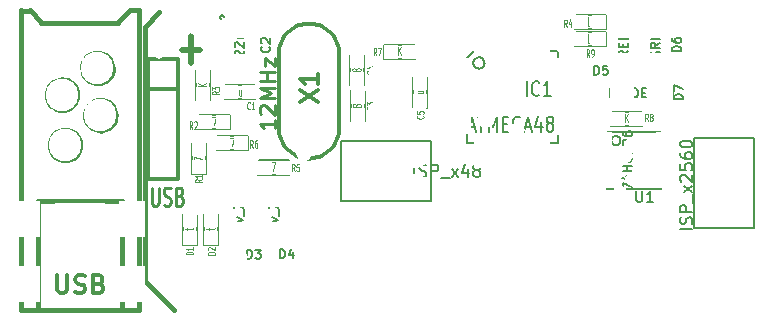
<source format=gto>
G04 (created by PCBNEW-RS274X (2011-11-27 BZR 3249)-stable) date 30/01/2012 1:25:03 p.m.*
G01*
G70*
G90*
%MOIN*%
G04 Gerber Fmt 3.4, Leading zero omitted, Abs format*
%FSLAX34Y34*%
G04 APERTURE LIST*
%ADD10C,0.006000*%
%ADD11C,0.019700*%
%ADD12C,0.015000*%
%ADD13C,0.012500*%
%ADD14C,0.008000*%
%ADD15C,0.012000*%
%ADD16C,0.005900*%
%ADD17C,0.005000*%
%ADD18C,0.007100*%
%ADD19C,0.009800*%
%ADD20C,0.010000*%
%ADD21C,0.003900*%
%ADD22C,0.004500*%
%ADD23C,0.197500*%
%ADD24C,0.173900*%
%ADD25C,0.108600*%
%ADD26C,0.076000*%
%ADD27R,0.080000X0.080000*%
%ADD28C,0.080000*%
%ADD29C,0.055400*%
%ADD30R,0.085600X0.118400*%
%ADD31R,0.039700X0.110600*%
%ADD32R,0.051500X0.045000*%
%ADD33R,0.100000X0.080000*%
%ADD34R,0.080000X0.100000*%
%ADD35R,0.120000X0.070000*%
%ADD36R,0.075000X0.037000*%
%ADD37R,0.098700X0.037700*%
%ADD38R,0.037700X0.098700*%
%ADD39R,0.045000X0.051500*%
%ADD40C,0.055000*%
%ADD41C,0.051500*%
%ADD42C,0.050000*%
G04 APERTURE END LIST*
G54D10*
G54D11*
X06157Y-01563D02*
X06757Y-01563D01*
X06457Y-02013D02*
X06457Y-01113D01*
G54D12*
X04921Y-00787D02*
X05413Y-00295D01*
X04921Y-09252D02*
X04921Y-00787D01*
X05906Y-10236D02*
X04922Y-09252D01*
X04428Y-00235D02*
X04724Y-00235D01*
X04035Y-00629D02*
X04428Y-00236D01*
X01476Y-00668D02*
X04035Y-00668D01*
X01083Y-00236D02*
X01476Y-00629D01*
X00787Y-00276D02*
X01083Y-00276D01*
X00788Y-10236D02*
X00788Y-00235D01*
X04725Y-10236D02*
X00788Y-10236D01*
X04724Y-00235D02*
X04724Y-10236D01*
X02677Y-03053D02*
X02667Y-03152D01*
X02638Y-03247D01*
X02591Y-03335D01*
X02528Y-03413D01*
X02451Y-03476D01*
X02364Y-03524D01*
X02268Y-03553D01*
X02169Y-03563D01*
X02071Y-03554D01*
X01975Y-03526D01*
X01887Y-03480D01*
X01809Y-03418D01*
X01745Y-03341D01*
X01697Y-03254D01*
X01667Y-03159D01*
X01656Y-03060D01*
X01664Y-02961D01*
X01691Y-02865D01*
X01737Y-02777D01*
X01799Y-02699D01*
X01875Y-02634D01*
X01962Y-02585D01*
X02057Y-02554D01*
X02156Y-02543D01*
X02254Y-02550D01*
X02350Y-02577D01*
X02439Y-02622D01*
X02518Y-02683D01*
X02583Y-02759D01*
X02632Y-02846D01*
X02664Y-02940D01*
X02676Y-03039D01*
X02677Y-03053D01*
G54D13*
X11398Y-04182D02*
X11398Y-01682D01*
X09398Y-04182D02*
X09398Y-01682D01*
X10398Y-00682D02*
X10311Y-00686D01*
X10225Y-00698D01*
X10140Y-00717D01*
X10056Y-00743D01*
X09976Y-00776D01*
X09899Y-00816D01*
X09825Y-00863D01*
X09756Y-00916D01*
X09691Y-00975D01*
X09632Y-01040D01*
X09579Y-01109D01*
X09532Y-01183D01*
X09492Y-01260D01*
X09459Y-01340D01*
X09433Y-01424D01*
X09414Y-01509D01*
X09402Y-01595D01*
X09398Y-01682D01*
X11398Y-01682D02*
X11394Y-01595D01*
X11382Y-01509D01*
X11363Y-01424D01*
X11337Y-01340D01*
X11304Y-01260D01*
X11264Y-01183D01*
X11217Y-01109D01*
X11164Y-01040D01*
X11105Y-00975D01*
X11040Y-00916D01*
X10971Y-00863D01*
X10898Y-00816D01*
X10820Y-00776D01*
X10740Y-00743D01*
X10656Y-00717D01*
X10571Y-00698D01*
X10485Y-00686D01*
X10398Y-00682D01*
X09398Y-04182D02*
X09402Y-04269D01*
X09414Y-04355D01*
X09433Y-04440D01*
X09459Y-04524D01*
X09492Y-04604D01*
X09532Y-04681D01*
X09579Y-04755D01*
X09632Y-04824D01*
X09691Y-04889D01*
X09756Y-04948D01*
X09825Y-05001D01*
X09899Y-05048D01*
X09976Y-05088D01*
X10056Y-05121D01*
X10140Y-05147D01*
X10225Y-05166D01*
X10311Y-05178D01*
X10398Y-05182D01*
X10398Y-05182D02*
X10485Y-05178D01*
X10571Y-05166D01*
X10656Y-05147D01*
X10740Y-05121D01*
X10820Y-05088D01*
X10898Y-05048D01*
X10971Y-05001D01*
X11040Y-04948D01*
X11105Y-04889D01*
X11164Y-04824D01*
X11217Y-04755D01*
X11264Y-04681D01*
X11304Y-04604D01*
X11337Y-04524D01*
X11363Y-04440D01*
X11382Y-04355D01*
X11394Y-04269D01*
X11398Y-04182D01*
G54D14*
X14478Y-06592D02*
X11478Y-06592D01*
X11478Y-04592D02*
X14478Y-04592D01*
X14478Y-04592D02*
X14478Y-06592D01*
X11478Y-06592D02*
X11478Y-04592D01*
G54D15*
X06038Y-01852D02*
X06038Y-01852D01*
X05038Y-01852D02*
X06038Y-01852D01*
X06038Y-01852D02*
X06038Y-01852D01*
X06038Y-01852D02*
X06038Y-05852D01*
X06038Y-05852D02*
X05038Y-05852D01*
X05038Y-05852D02*
X05038Y-01852D01*
X05038Y-02852D02*
X06038Y-02852D01*
G54D12*
X04154Y-06614D02*
X01358Y-06614D01*
X01358Y-06614D02*
X01358Y-10236D01*
X01358Y-10236D02*
X04154Y-10236D01*
X04154Y-10236D02*
X04154Y-06614D01*
X02775Y-04726D02*
X02765Y-04825D01*
X02736Y-04920D01*
X02689Y-05008D01*
X02626Y-05086D01*
X02549Y-05149D01*
X02462Y-05197D01*
X02366Y-05226D01*
X02267Y-05236D01*
X02169Y-05227D01*
X02073Y-05199D01*
X01985Y-05153D01*
X01907Y-05091D01*
X01843Y-05014D01*
X01795Y-04927D01*
X01765Y-04832D01*
X01754Y-04733D01*
X01762Y-04634D01*
X01789Y-04538D01*
X01835Y-04450D01*
X01897Y-04372D01*
X01973Y-04307D01*
X02060Y-04258D01*
X02155Y-04227D01*
X02254Y-04216D01*
X02352Y-04223D01*
X02448Y-04250D01*
X02537Y-04295D01*
X02616Y-04356D01*
X02681Y-04432D01*
X02730Y-04519D01*
X02762Y-04613D01*
X02774Y-04712D01*
X02775Y-04726D01*
X03956Y-03742D02*
X03946Y-03841D01*
X03917Y-03936D01*
X03870Y-04024D01*
X03807Y-04102D01*
X03730Y-04165D01*
X03643Y-04213D01*
X03547Y-04242D01*
X03448Y-04252D01*
X03350Y-04243D01*
X03254Y-04215D01*
X03166Y-04169D01*
X03088Y-04107D01*
X03024Y-04030D01*
X02976Y-03943D01*
X02946Y-03848D01*
X02935Y-03749D01*
X02943Y-03650D01*
X02970Y-03554D01*
X03016Y-03466D01*
X03078Y-03388D01*
X03154Y-03323D01*
X03241Y-03274D01*
X03336Y-03243D01*
X03435Y-03232D01*
X03533Y-03239D01*
X03629Y-03266D01*
X03718Y-03311D01*
X03797Y-03372D01*
X03862Y-03448D01*
X03911Y-03535D01*
X03943Y-03629D01*
X03955Y-03728D01*
X03956Y-03742D01*
X03858Y-02167D02*
X03848Y-02266D01*
X03819Y-02361D01*
X03772Y-02449D01*
X03709Y-02527D01*
X03632Y-02590D01*
X03545Y-02638D01*
X03449Y-02667D01*
X03350Y-02677D01*
X03252Y-02668D01*
X03156Y-02640D01*
X03068Y-02594D01*
X02990Y-02532D01*
X02926Y-02455D01*
X02878Y-02368D01*
X02848Y-02273D01*
X02837Y-02174D01*
X02845Y-02075D01*
X02872Y-01979D01*
X02918Y-01891D01*
X02980Y-01813D01*
X03056Y-01748D01*
X03143Y-01699D01*
X03238Y-01668D01*
X03337Y-01657D01*
X03435Y-01664D01*
X03531Y-01691D01*
X03620Y-01736D01*
X03699Y-01797D01*
X03764Y-01873D01*
X03813Y-01960D01*
X03845Y-02054D01*
X03857Y-02153D01*
X03858Y-02167D01*
G54D16*
X06644Y-07178D02*
X06211Y-07178D01*
G54D17*
X06654Y-08054D02*
X06654Y-07050D01*
X06182Y-07030D02*
X06182Y-08054D01*
X06182Y-08054D02*
X06654Y-08054D01*
X06186Y-07041D02*
X06646Y-07041D01*
G54D16*
X07364Y-07178D02*
X06931Y-07178D01*
G54D17*
X07374Y-08054D02*
X07374Y-07050D01*
X06902Y-07030D02*
X06902Y-08054D01*
X06902Y-08054D02*
X07374Y-08054D01*
X06906Y-07041D02*
X07366Y-07041D01*
G54D18*
X08531Y-06265D02*
X07665Y-06265D01*
G54D17*
X07638Y-08052D02*
X08538Y-08052D01*
X08538Y-08052D02*
X08538Y-07402D01*
X07638Y-06702D02*
X07638Y-06052D01*
X07638Y-06052D02*
X08538Y-06052D01*
X08538Y-06052D02*
X08538Y-06702D01*
X07638Y-07402D02*
X07638Y-08052D01*
G54D18*
X09671Y-06255D02*
X08815Y-06255D01*
G54D17*
X08788Y-08052D02*
X09688Y-08052D01*
X09688Y-08052D02*
X09688Y-07402D01*
X08788Y-06702D02*
X08788Y-06052D01*
X08788Y-06052D02*
X09688Y-06052D01*
X09688Y-06052D02*
X09688Y-06702D01*
X08788Y-07402D02*
X08788Y-08052D01*
G54D18*
X22236Y-03436D02*
X22236Y-02609D01*
G54D17*
X20488Y-02572D02*
X20488Y-03472D01*
X20488Y-03472D02*
X21138Y-03472D01*
X21838Y-02572D02*
X22488Y-02572D01*
X22488Y-02572D02*
X22488Y-03472D01*
X22488Y-03472D02*
X21838Y-03472D01*
X21138Y-02572D02*
X20488Y-02572D01*
G54D18*
X21525Y-02199D02*
X22401Y-02199D01*
G54D17*
X22418Y-00402D02*
X21518Y-00402D01*
X21518Y-00402D02*
X21518Y-01052D01*
X22418Y-01752D02*
X22418Y-02402D01*
X22418Y-02402D02*
X21518Y-02402D01*
X21518Y-02402D02*
X21518Y-01752D01*
X22418Y-01052D02*
X22418Y-00402D01*
G54D18*
X20465Y-02209D02*
X21341Y-02209D01*
G54D17*
X21358Y-00402D02*
X20458Y-00402D01*
X20458Y-00402D02*
X20458Y-01052D01*
X21358Y-01752D02*
X21358Y-02402D01*
X21358Y-02402D02*
X20458Y-02402D01*
X20458Y-02402D02*
X20458Y-01752D01*
X21358Y-01052D02*
X21358Y-00402D01*
G54D14*
X23228Y-07482D02*
X23228Y-04482D01*
X25228Y-04482D02*
X25228Y-07482D01*
X25228Y-07482D02*
X23228Y-07482D01*
X23228Y-04482D02*
X25228Y-04482D01*
G54D17*
X07568Y-00472D02*
X07566Y-00485D01*
X07562Y-00498D01*
X07556Y-00510D01*
X07547Y-00521D01*
X07537Y-00530D01*
X07525Y-00536D01*
X07512Y-00540D01*
X07498Y-00541D01*
X07485Y-00540D01*
X07472Y-00536D01*
X07460Y-00530D01*
X07450Y-00522D01*
X07441Y-00511D01*
X07434Y-00499D01*
X07430Y-00486D01*
X07429Y-00472D01*
X07430Y-00460D01*
X07433Y-00447D01*
X07440Y-00435D01*
X07448Y-00424D01*
X07459Y-00415D01*
X07470Y-00408D01*
X07483Y-00404D01*
X07497Y-00403D01*
X07510Y-00404D01*
X07523Y-00407D01*
X07535Y-00413D01*
X07546Y-00422D01*
X07555Y-00432D01*
X07561Y-00444D01*
X07566Y-00457D01*
X07567Y-00471D01*
X07568Y-00472D01*
X08648Y-01122D02*
X08648Y-00522D01*
X08648Y-00522D02*
X07548Y-00522D01*
X07548Y-00522D02*
X07548Y-01122D01*
X07548Y-01722D02*
X07548Y-02322D01*
X07548Y-02322D02*
X08648Y-02322D01*
X08648Y-02322D02*
X08648Y-01722D01*
X20778Y-04582D02*
X20775Y-04611D01*
X20766Y-04639D01*
X20752Y-04665D01*
X20734Y-04687D01*
X20711Y-04706D01*
X20686Y-04720D01*
X20658Y-04728D01*
X20629Y-04731D01*
X20600Y-04729D01*
X20572Y-04721D01*
X20546Y-04707D01*
X20524Y-04689D01*
X20505Y-04666D01*
X20491Y-04641D01*
X20482Y-04613D01*
X20479Y-04584D01*
X20481Y-04555D01*
X20489Y-04527D01*
X20502Y-04501D01*
X20521Y-04478D01*
X20543Y-04459D01*
X20568Y-04445D01*
X20596Y-04436D01*
X20625Y-04433D01*
X20654Y-04435D01*
X20682Y-04443D01*
X20708Y-04456D01*
X20731Y-04474D01*
X20750Y-04496D01*
X20765Y-04521D01*
X20774Y-04549D01*
X20777Y-04578D01*
X20778Y-04582D01*
G54D14*
X20328Y-04282D02*
X20328Y-06182D01*
X20328Y-06182D02*
X22128Y-06182D01*
X22128Y-06182D02*
X22128Y-04282D01*
X22128Y-04282D02*
X20328Y-04282D01*
G54D10*
X19158Y-04212D02*
X18708Y-04212D01*
X19158Y-02032D02*
X18718Y-02032D01*
X19158Y-04212D02*
X19158Y-02032D01*
X18278Y-04682D02*
X18278Y-05112D01*
X16068Y-04692D02*
X16068Y-05112D01*
X16058Y-05112D02*
X18278Y-05122D01*
X16078Y-01142D02*
X18248Y-01132D01*
X15648Y-01832D02*
X15648Y-04662D01*
X18258Y-01142D02*
X18258Y-01552D01*
X15898Y-01592D02*
X18678Y-01592D01*
X18698Y-04672D02*
X18698Y-01632D01*
X15648Y-04672D02*
X18648Y-04672D01*
X15198Y-02002D02*
X15198Y-04222D01*
X15198Y-04222D02*
X15648Y-04222D01*
X15652Y-01822D02*
X15882Y-01592D01*
X15200Y-02002D02*
X15652Y-02002D01*
X16078Y-01592D02*
X16078Y-01140D01*
X16248Y-01996D02*
X16244Y-02032D01*
X16233Y-02067D01*
X16216Y-02100D01*
X16193Y-02128D01*
X16165Y-02151D01*
X16132Y-02169D01*
X16097Y-02180D01*
X16061Y-02183D01*
X16025Y-02180D01*
X15990Y-02170D01*
X15958Y-02153D01*
X15929Y-02130D01*
X15905Y-02102D01*
X15888Y-02070D01*
X15877Y-02035D01*
X15873Y-01998D01*
X15876Y-01963D01*
X15886Y-01927D01*
X15902Y-01895D01*
X15925Y-01866D01*
X15953Y-01842D01*
X15985Y-01824D01*
X16020Y-01813D01*
X16057Y-01809D01*
X16092Y-01811D01*
X16127Y-01821D01*
X16160Y-01838D01*
X16189Y-01860D01*
X16213Y-01888D01*
X16231Y-01920D01*
X16243Y-01955D01*
X16247Y-01991D01*
X16248Y-01996D01*
G54D17*
X20290Y-00406D02*
X19286Y-00406D01*
X19266Y-00878D02*
X20290Y-00878D01*
X20290Y-00878D02*
X20290Y-00406D01*
X19277Y-00874D02*
X19277Y-00414D01*
X20290Y-00976D02*
X19286Y-00976D01*
X19266Y-01448D02*
X20290Y-01448D01*
X20290Y-01448D02*
X20290Y-00976D01*
X19277Y-01444D02*
X19277Y-00984D01*
X06954Y-05684D02*
X06954Y-04680D01*
X06482Y-04660D02*
X06482Y-05684D01*
X06482Y-05684D02*
X06954Y-05684D01*
X06486Y-04671D02*
X06946Y-04671D01*
X07750Y-03716D02*
X06746Y-03716D01*
X06726Y-04188D02*
X07750Y-04188D01*
X07750Y-04188D02*
X07750Y-03716D01*
X06737Y-04184D02*
X06737Y-03724D01*
X09730Y-05246D02*
X08726Y-05246D01*
X08706Y-05718D02*
X09730Y-05718D01*
X09730Y-05718D02*
X09730Y-05246D01*
X08717Y-05714D02*
X08717Y-05254D01*
X08350Y-04416D02*
X07346Y-04416D01*
X07326Y-04888D02*
X08350Y-04888D01*
X08350Y-04888D02*
X08350Y-04416D01*
X07337Y-04884D02*
X07337Y-04424D01*
X12254Y-03934D02*
X12254Y-02930D01*
X11782Y-02910D02*
X11782Y-03934D01*
X11782Y-03934D02*
X12254Y-03934D01*
X11786Y-02921D02*
X12246Y-02921D01*
X07586Y-03208D02*
X08590Y-03208D01*
X08610Y-02736D02*
X07586Y-02736D01*
X07586Y-02736D02*
X07586Y-03208D01*
X08599Y-02740D02*
X08599Y-03200D01*
X06622Y-02220D02*
X06622Y-03224D01*
X07094Y-03244D02*
X07094Y-02220D01*
X07094Y-02220D02*
X06622Y-02220D01*
X07090Y-03233D02*
X06630Y-03233D01*
X11772Y-01720D02*
X11772Y-02724D01*
X12244Y-02744D02*
X12244Y-01720D01*
X12244Y-01720D02*
X11772Y-01720D01*
X12240Y-02733D02*
X11780Y-02733D01*
X12906Y-01858D02*
X13910Y-01858D01*
X13930Y-01386D02*
X12906Y-01386D01*
X12906Y-01386D02*
X12906Y-01858D01*
X13919Y-01390D02*
X13919Y-01850D01*
X21496Y-03622D02*
X20492Y-03622D01*
X20472Y-04094D02*
X21496Y-04094D01*
X21496Y-04094D02*
X21496Y-03622D01*
X20483Y-04090D02*
X20483Y-03630D01*
X13862Y-02460D02*
X13862Y-03464D01*
X14334Y-03484D02*
X14334Y-02460D01*
X14334Y-02460D02*
X13862Y-02460D01*
X14330Y-03473D02*
X13870Y-03473D01*
G54D15*
X10095Y-03312D02*
X10695Y-02912D01*
X10095Y-02912D02*
X10695Y-03312D01*
X10695Y-02370D02*
X10695Y-02713D01*
X10695Y-02541D02*
X10095Y-02541D01*
X10181Y-02598D01*
X10238Y-02656D01*
X10266Y-02713D01*
G54D19*
X09262Y-03889D02*
X09262Y-04181D01*
X09262Y-04035D02*
X08750Y-04035D01*
X08823Y-04084D01*
X08872Y-04133D01*
X08897Y-04181D01*
X08799Y-03693D02*
X08775Y-03669D01*
X08750Y-03620D01*
X08750Y-03498D01*
X08775Y-03450D01*
X08799Y-03425D01*
X08848Y-03401D01*
X08897Y-03401D01*
X08970Y-03425D01*
X09262Y-03718D01*
X09262Y-03401D01*
X09262Y-03181D02*
X08750Y-03181D01*
X09116Y-03010D01*
X08750Y-02840D01*
X09262Y-02840D01*
X09262Y-02596D02*
X08750Y-02596D01*
X08994Y-02596D02*
X08994Y-02304D01*
X09262Y-02304D02*
X08750Y-02304D01*
X08921Y-02109D02*
X08921Y-01841D01*
X09262Y-02109D01*
X09262Y-01841D01*
G54D14*
X13910Y-05796D02*
X13910Y-05396D01*
X14081Y-05777D02*
X14138Y-05796D01*
X14234Y-05796D01*
X14272Y-05777D01*
X14291Y-05758D01*
X14310Y-05720D01*
X14310Y-05682D01*
X14291Y-05644D01*
X14272Y-05624D01*
X14234Y-05605D01*
X14157Y-05586D01*
X14119Y-05567D01*
X14100Y-05548D01*
X14081Y-05510D01*
X14081Y-05472D01*
X14100Y-05434D01*
X14119Y-05415D01*
X14157Y-05396D01*
X14253Y-05396D01*
X14310Y-05415D01*
X14481Y-05796D02*
X14481Y-05396D01*
X14634Y-05396D01*
X14672Y-05415D01*
X14691Y-05434D01*
X14710Y-05472D01*
X14710Y-05529D01*
X14691Y-05567D01*
X14672Y-05586D01*
X14634Y-05605D01*
X14481Y-05605D01*
X14786Y-05834D02*
X15091Y-05834D01*
X15148Y-05796D02*
X15358Y-05529D01*
X15148Y-05529D02*
X15358Y-05796D01*
X15682Y-05529D02*
X15682Y-05796D01*
X15586Y-05377D02*
X15491Y-05663D01*
X15739Y-05663D01*
X15948Y-05567D02*
X15910Y-05548D01*
X15891Y-05529D01*
X15872Y-05491D01*
X15872Y-05472D01*
X15891Y-05434D01*
X15910Y-05415D01*
X15948Y-05396D01*
X16025Y-05396D01*
X16063Y-05415D01*
X16082Y-05434D01*
X16101Y-05472D01*
X16101Y-05491D01*
X16082Y-05529D01*
X16063Y-05548D01*
X16025Y-05567D01*
X15948Y-05567D01*
X15910Y-05586D01*
X15891Y-05605D01*
X15872Y-05644D01*
X15872Y-05720D01*
X15891Y-05758D01*
X15910Y-05777D01*
X15948Y-05796D01*
X16025Y-05796D01*
X16063Y-05777D01*
X16082Y-05758D01*
X16101Y-05720D01*
X16101Y-05644D01*
X16082Y-05605D01*
X16063Y-05586D01*
X16025Y-05567D01*
G54D20*
X05158Y-06150D02*
X05158Y-06636D01*
X05177Y-06693D01*
X05196Y-06721D01*
X05234Y-06750D01*
X05311Y-06750D01*
X05349Y-06721D01*
X05368Y-06693D01*
X05387Y-06636D01*
X05387Y-06150D01*
X05558Y-06721D02*
X05615Y-06750D01*
X05711Y-06750D01*
X05749Y-06721D01*
X05768Y-06693D01*
X05787Y-06636D01*
X05787Y-06578D01*
X05768Y-06521D01*
X05749Y-06493D01*
X05711Y-06464D01*
X05634Y-06436D01*
X05596Y-06407D01*
X05577Y-06378D01*
X05558Y-06321D01*
X05558Y-06264D01*
X05577Y-06207D01*
X05596Y-06178D01*
X05634Y-06150D01*
X05730Y-06150D01*
X05787Y-06178D01*
X06092Y-06436D02*
X06149Y-06464D01*
X06168Y-06493D01*
X06187Y-06550D01*
X06187Y-06636D01*
X06168Y-06693D01*
X06149Y-06721D01*
X06111Y-06750D01*
X05958Y-06750D01*
X05958Y-06150D01*
X06092Y-06150D01*
X06130Y-06178D01*
X06149Y-06207D01*
X06168Y-06264D01*
X06168Y-06321D01*
X06149Y-06378D01*
X06130Y-06407D01*
X06092Y-06436D01*
X05958Y-06436D01*
G54D15*
X01999Y-09072D02*
X01999Y-09558D01*
X02027Y-09615D01*
X02056Y-09643D01*
X02113Y-09672D01*
X02227Y-09672D01*
X02285Y-09643D01*
X02313Y-09615D01*
X02342Y-09558D01*
X02342Y-09072D01*
X02599Y-09643D02*
X02685Y-09672D01*
X02828Y-09672D01*
X02885Y-09643D01*
X02914Y-09615D01*
X02942Y-09558D01*
X02942Y-09500D01*
X02914Y-09443D01*
X02885Y-09415D01*
X02828Y-09386D01*
X02714Y-09358D01*
X02656Y-09329D01*
X02628Y-09300D01*
X02599Y-09243D01*
X02599Y-09186D01*
X02628Y-09129D01*
X02656Y-09100D01*
X02714Y-09072D01*
X02856Y-09072D01*
X02942Y-09100D01*
X03399Y-09358D02*
X03485Y-09386D01*
X03513Y-09415D01*
X03542Y-09472D01*
X03542Y-09558D01*
X03513Y-09615D01*
X03485Y-09643D01*
X03427Y-09672D01*
X03199Y-09672D01*
X03199Y-09072D01*
X03399Y-09072D01*
X03456Y-09100D01*
X03485Y-09129D01*
X03513Y-09186D01*
X03513Y-09243D01*
X03485Y-09300D01*
X03456Y-09329D01*
X03399Y-09358D01*
X03199Y-09358D01*
G54D21*
X06541Y-08380D02*
X06300Y-08380D01*
X06300Y-08342D01*
X06312Y-08320D01*
X06334Y-08305D01*
X06357Y-08297D01*
X06403Y-08290D01*
X06438Y-08290D01*
X06484Y-08297D01*
X06507Y-08305D01*
X06530Y-08320D01*
X06541Y-08342D01*
X06541Y-08380D01*
X06541Y-08140D02*
X06541Y-08230D01*
X06541Y-08185D02*
X06300Y-08185D01*
X06334Y-08200D01*
X06357Y-08215D01*
X06369Y-08230D01*
G54D22*
X06518Y-07863D02*
X06531Y-07837D01*
X06531Y-07794D01*
X06518Y-07777D01*
X06505Y-07768D01*
X06478Y-07760D01*
X06451Y-07760D01*
X06425Y-07768D01*
X06411Y-07777D01*
X06398Y-07794D01*
X06385Y-07828D01*
X06371Y-07846D01*
X06358Y-07854D01*
X06331Y-07863D01*
X06305Y-07863D01*
X06278Y-07854D01*
X06265Y-07846D01*
X06251Y-07828D01*
X06251Y-07786D01*
X06265Y-07760D01*
X06518Y-07606D02*
X06531Y-07623D01*
X06531Y-07657D01*
X06518Y-07675D01*
X06505Y-07683D01*
X06478Y-07692D01*
X06398Y-07692D01*
X06371Y-07683D01*
X06358Y-07675D01*
X06345Y-07657D01*
X06345Y-07623D01*
X06358Y-07606D01*
X06345Y-07555D02*
X06345Y-07486D01*
X06251Y-07529D02*
X06491Y-07529D01*
X06518Y-07521D01*
X06531Y-07503D01*
X06531Y-07486D01*
X06531Y-07426D02*
X06251Y-07426D01*
X06425Y-07409D02*
X06531Y-07358D01*
X06345Y-07358D02*
X06451Y-07426D01*
X06345Y-07297D02*
X06531Y-07254D01*
X06345Y-07212D02*
X06531Y-07254D01*
X06598Y-07272D01*
X06611Y-07280D01*
X06625Y-07297D01*
G54D21*
X07262Y-08388D02*
X07021Y-08388D01*
X07021Y-08350D01*
X07033Y-08328D01*
X07055Y-08313D01*
X07078Y-08305D01*
X07124Y-08298D01*
X07159Y-08298D01*
X07205Y-08305D01*
X07228Y-08313D01*
X07251Y-08328D01*
X07262Y-08350D01*
X07262Y-08388D01*
X07044Y-08238D02*
X07033Y-08231D01*
X07021Y-08216D01*
X07021Y-08178D01*
X07033Y-08163D01*
X07044Y-08156D01*
X07067Y-08148D01*
X07090Y-08148D01*
X07124Y-08156D01*
X07262Y-08246D01*
X07262Y-08148D01*
G54D22*
X07238Y-07863D02*
X07251Y-07837D01*
X07251Y-07794D01*
X07238Y-07777D01*
X07225Y-07768D01*
X07198Y-07760D01*
X07171Y-07760D01*
X07145Y-07768D01*
X07131Y-07777D01*
X07118Y-07794D01*
X07105Y-07828D01*
X07091Y-07846D01*
X07078Y-07854D01*
X07051Y-07863D01*
X07025Y-07863D01*
X06998Y-07854D01*
X06985Y-07846D01*
X06971Y-07828D01*
X06971Y-07786D01*
X06985Y-07760D01*
X07238Y-07606D02*
X07251Y-07623D01*
X07251Y-07657D01*
X07238Y-07675D01*
X07225Y-07683D01*
X07198Y-07692D01*
X07118Y-07692D01*
X07091Y-07683D01*
X07078Y-07675D01*
X07065Y-07657D01*
X07065Y-07623D01*
X07078Y-07606D01*
X07065Y-07555D02*
X07065Y-07486D01*
X06971Y-07529D02*
X07211Y-07529D01*
X07238Y-07521D01*
X07251Y-07503D01*
X07251Y-07486D01*
X07251Y-07426D02*
X06971Y-07426D01*
X07145Y-07409D02*
X07251Y-07358D01*
X07065Y-07358D02*
X07171Y-07426D01*
X07065Y-07297D02*
X07251Y-07254D01*
X07065Y-07212D02*
X07251Y-07254D01*
X07318Y-07272D01*
X07331Y-07280D01*
X07345Y-07297D01*
G54D17*
X08333Y-08519D02*
X08333Y-08219D01*
X08405Y-08219D01*
X08448Y-08234D01*
X08476Y-08262D01*
X08491Y-08291D01*
X08505Y-08348D01*
X08505Y-08391D01*
X08491Y-08448D01*
X08476Y-08477D01*
X08448Y-08505D01*
X08405Y-08519D01*
X08333Y-08519D01*
X08605Y-08219D02*
X08791Y-08219D01*
X08691Y-08334D01*
X08733Y-08334D01*
X08762Y-08348D01*
X08776Y-08362D01*
X08791Y-08391D01*
X08791Y-08462D01*
X08776Y-08491D01*
X08762Y-08505D01*
X08733Y-08519D01*
X08648Y-08519D01*
X08619Y-08505D01*
X08605Y-08491D01*
X07909Y-08002D02*
X07909Y-07816D01*
X08024Y-07916D01*
X08024Y-07874D01*
X08038Y-07845D01*
X08052Y-07831D01*
X08081Y-07816D01*
X08152Y-07816D01*
X08181Y-07831D01*
X08195Y-07845D01*
X08209Y-07874D01*
X08209Y-07959D01*
X08195Y-07988D01*
X08181Y-08002D01*
X08181Y-07688D02*
X08195Y-07673D01*
X08209Y-07688D01*
X08195Y-07702D01*
X08181Y-07688D01*
X08209Y-07688D01*
X07909Y-07416D02*
X07909Y-07473D01*
X07924Y-07502D01*
X07938Y-07516D01*
X07981Y-07545D01*
X08038Y-07559D01*
X08152Y-07559D01*
X08181Y-07545D01*
X08195Y-07530D01*
X08209Y-07502D01*
X08209Y-07445D01*
X08195Y-07416D01*
X08181Y-07402D01*
X08152Y-07387D01*
X08081Y-07387D01*
X08052Y-07402D01*
X08038Y-07416D01*
X08024Y-07445D01*
X08024Y-07502D01*
X08038Y-07530D01*
X08052Y-07545D01*
X08081Y-07559D01*
X08009Y-07287D02*
X08209Y-07216D01*
X08009Y-07144D01*
X08238Y-07101D02*
X08238Y-06872D01*
X07909Y-06829D02*
X07909Y-06629D01*
X08209Y-06829D01*
X08209Y-06629D01*
X08195Y-06400D02*
X08209Y-06429D01*
X08209Y-06486D01*
X08195Y-06515D01*
X08167Y-06529D01*
X08052Y-06529D01*
X08024Y-06515D01*
X08009Y-06486D01*
X08009Y-06429D01*
X08024Y-06400D01*
X08052Y-06386D01*
X08081Y-06386D01*
X08109Y-06529D01*
X08009Y-06258D02*
X08209Y-06258D01*
X08038Y-06258D02*
X08024Y-06243D01*
X08009Y-06215D01*
X08009Y-06172D01*
X08024Y-06143D01*
X08052Y-06129D01*
X08209Y-06129D01*
X09431Y-08511D02*
X09431Y-08211D01*
X09503Y-08211D01*
X09546Y-08226D01*
X09574Y-08254D01*
X09589Y-08283D01*
X09603Y-08340D01*
X09603Y-08383D01*
X09589Y-08440D01*
X09574Y-08469D01*
X09546Y-08497D01*
X09503Y-08511D01*
X09431Y-08511D01*
X09860Y-08311D02*
X09860Y-08511D01*
X09789Y-08197D02*
X09717Y-08411D01*
X09903Y-08411D01*
X09059Y-08002D02*
X09059Y-07816D01*
X09174Y-07916D01*
X09174Y-07874D01*
X09188Y-07845D01*
X09202Y-07831D01*
X09231Y-07816D01*
X09302Y-07816D01*
X09331Y-07831D01*
X09345Y-07845D01*
X09359Y-07874D01*
X09359Y-07959D01*
X09345Y-07988D01*
X09331Y-08002D01*
X09331Y-07688D02*
X09345Y-07673D01*
X09359Y-07688D01*
X09345Y-07702D01*
X09331Y-07688D01*
X09359Y-07688D01*
X09059Y-07416D02*
X09059Y-07473D01*
X09074Y-07502D01*
X09088Y-07516D01*
X09131Y-07545D01*
X09188Y-07559D01*
X09302Y-07559D01*
X09331Y-07545D01*
X09345Y-07530D01*
X09359Y-07502D01*
X09359Y-07445D01*
X09345Y-07416D01*
X09331Y-07402D01*
X09302Y-07387D01*
X09231Y-07387D01*
X09202Y-07402D01*
X09188Y-07416D01*
X09174Y-07445D01*
X09174Y-07502D01*
X09188Y-07530D01*
X09202Y-07545D01*
X09231Y-07559D01*
X09159Y-07287D02*
X09359Y-07216D01*
X09159Y-07144D01*
X09388Y-07101D02*
X09388Y-06872D01*
X09059Y-06829D02*
X09059Y-06629D01*
X09359Y-06829D01*
X09359Y-06629D01*
X09345Y-06400D02*
X09359Y-06429D01*
X09359Y-06486D01*
X09345Y-06515D01*
X09317Y-06529D01*
X09202Y-06529D01*
X09174Y-06515D01*
X09159Y-06486D01*
X09159Y-06429D01*
X09174Y-06400D01*
X09202Y-06386D01*
X09231Y-06386D01*
X09259Y-06529D01*
X09159Y-06258D02*
X09359Y-06258D01*
X09188Y-06258D02*
X09174Y-06243D01*
X09159Y-06215D01*
X09159Y-06172D01*
X09174Y-06143D01*
X09202Y-06129D01*
X09359Y-06129D01*
X22857Y-03215D02*
X22557Y-03215D01*
X22557Y-03143D01*
X22572Y-03100D01*
X22600Y-03072D01*
X22629Y-03057D01*
X22686Y-03043D01*
X22729Y-03043D01*
X22786Y-03057D01*
X22815Y-03072D01*
X22843Y-03100D01*
X22857Y-03143D01*
X22857Y-03215D01*
X22557Y-02943D02*
X22557Y-02743D01*
X22857Y-02872D01*
X20445Y-03143D02*
X20445Y-02843D01*
X20517Y-02843D01*
X20560Y-02858D01*
X20588Y-02886D01*
X20603Y-02915D01*
X20617Y-02972D01*
X20617Y-03015D01*
X20603Y-03072D01*
X20588Y-03101D01*
X20560Y-03129D01*
X20517Y-03143D01*
X20445Y-03143D01*
X20745Y-03143D02*
X20745Y-02843D01*
X20946Y-02843D02*
X21003Y-02843D01*
X21031Y-02858D01*
X21060Y-02886D01*
X21074Y-02943D01*
X21074Y-03043D01*
X21060Y-03101D01*
X21031Y-03129D01*
X21003Y-03143D01*
X20946Y-03143D01*
X20917Y-03129D01*
X20888Y-03101D01*
X20874Y-03043D01*
X20874Y-02943D01*
X20888Y-02886D01*
X20917Y-02858D01*
X20946Y-02843D01*
X21202Y-03143D02*
X21202Y-02843D01*
X21274Y-02843D01*
X21317Y-02858D01*
X21345Y-02886D01*
X21360Y-02915D01*
X21374Y-02972D01*
X21374Y-03015D01*
X21360Y-03072D01*
X21345Y-03101D01*
X21317Y-03129D01*
X21274Y-03143D01*
X21202Y-03143D01*
X21502Y-02986D02*
X21602Y-02986D01*
X21645Y-03143D02*
X21502Y-03143D01*
X21502Y-02843D01*
X21645Y-02843D01*
X21759Y-03129D02*
X21802Y-03143D01*
X21873Y-03143D01*
X21902Y-03129D01*
X21916Y-03115D01*
X21931Y-03086D01*
X21931Y-03058D01*
X21916Y-03029D01*
X21902Y-03015D01*
X21873Y-03001D01*
X21816Y-02986D01*
X21788Y-02972D01*
X21773Y-02958D01*
X21759Y-02929D01*
X21759Y-02901D01*
X21773Y-02872D01*
X21788Y-02858D01*
X21816Y-02843D01*
X21888Y-02843D01*
X21931Y-02858D01*
X22231Y-03115D02*
X22217Y-03129D01*
X22174Y-03143D01*
X22145Y-03143D01*
X22102Y-03129D01*
X22074Y-03101D01*
X22059Y-03072D01*
X22045Y-03015D01*
X22045Y-02972D01*
X22059Y-02915D01*
X22074Y-02886D01*
X22102Y-02858D01*
X22145Y-02843D01*
X22174Y-02843D01*
X22217Y-02858D01*
X22231Y-02872D01*
X22359Y-03143D02*
X22359Y-02843D01*
X22359Y-02986D02*
X22531Y-02986D01*
X22531Y-03143D02*
X22531Y-02843D01*
X22798Y-01608D02*
X22498Y-01608D01*
X22498Y-01536D01*
X22513Y-01493D01*
X22541Y-01465D01*
X22570Y-01450D01*
X22627Y-01436D01*
X22670Y-01436D01*
X22727Y-01450D01*
X22756Y-01465D01*
X22784Y-01493D01*
X22798Y-01536D01*
X22798Y-01608D01*
X22498Y-01179D02*
X22498Y-01236D01*
X22513Y-01265D01*
X22527Y-01279D01*
X22570Y-01308D01*
X22627Y-01322D01*
X22741Y-01322D01*
X22770Y-01308D01*
X22784Y-01293D01*
X22798Y-01265D01*
X22798Y-01208D01*
X22784Y-01179D01*
X22770Y-01165D01*
X22741Y-01150D01*
X22670Y-01150D01*
X22641Y-01165D01*
X22627Y-01179D01*
X22613Y-01208D01*
X22613Y-01265D01*
X22627Y-01293D01*
X22641Y-01308D01*
X22670Y-01322D01*
X21804Y-01630D02*
X21789Y-01659D01*
X21789Y-01702D01*
X21804Y-01745D01*
X21832Y-01773D01*
X21861Y-01788D01*
X21918Y-01802D01*
X21961Y-01802D01*
X22018Y-01788D01*
X22047Y-01773D01*
X22075Y-01745D01*
X22089Y-01702D01*
X22089Y-01673D01*
X22075Y-01630D01*
X22061Y-01616D01*
X21961Y-01616D01*
X21961Y-01673D01*
X22089Y-01316D02*
X21947Y-01416D01*
X22089Y-01488D02*
X21789Y-01488D01*
X21789Y-01373D01*
X21804Y-01345D01*
X21818Y-01330D01*
X21847Y-01316D01*
X21889Y-01316D01*
X21918Y-01330D01*
X21932Y-01345D01*
X21947Y-01373D01*
X21947Y-01488D01*
X22089Y-01188D02*
X21789Y-01188D01*
X22089Y-01016D01*
X21789Y-01016D01*
X19904Y-02393D02*
X19904Y-02093D01*
X19976Y-02093D01*
X20019Y-02108D01*
X20047Y-02136D01*
X20062Y-02165D01*
X20076Y-02222D01*
X20076Y-02265D01*
X20062Y-02322D01*
X20047Y-02351D01*
X20019Y-02379D01*
X19976Y-02393D01*
X19904Y-02393D01*
X20347Y-02093D02*
X20204Y-02093D01*
X20190Y-02236D01*
X20204Y-02222D01*
X20233Y-02208D01*
X20304Y-02208D01*
X20333Y-02222D01*
X20347Y-02236D01*
X20362Y-02265D01*
X20362Y-02336D01*
X20347Y-02365D01*
X20333Y-02379D01*
X20304Y-02393D01*
X20233Y-02393D01*
X20204Y-02379D01*
X20190Y-02365D01*
X21029Y-01594D02*
X20887Y-01694D01*
X21029Y-01766D02*
X20729Y-01766D01*
X20729Y-01651D01*
X20744Y-01623D01*
X20758Y-01608D01*
X20787Y-01594D01*
X20829Y-01594D01*
X20858Y-01608D01*
X20872Y-01623D01*
X20887Y-01651D01*
X20887Y-01766D01*
X20872Y-01466D02*
X20872Y-01366D01*
X21029Y-01323D02*
X21029Y-01466D01*
X20729Y-01466D01*
X20729Y-01323D01*
X21029Y-01195D02*
X20729Y-01195D01*
X20729Y-01123D01*
X20744Y-01080D01*
X20772Y-01052D01*
X20801Y-01037D01*
X20858Y-01023D01*
X20901Y-01023D01*
X20958Y-01037D01*
X20987Y-01052D01*
X21015Y-01080D01*
X21029Y-01123D01*
X21029Y-01195D01*
G54D14*
X23169Y-07535D02*
X22769Y-07535D01*
X23150Y-07364D02*
X23169Y-07307D01*
X23169Y-07211D01*
X23150Y-07173D01*
X23131Y-07154D01*
X23093Y-07135D01*
X23055Y-07135D01*
X23017Y-07154D01*
X22997Y-07173D01*
X22978Y-07211D01*
X22959Y-07288D01*
X22940Y-07326D01*
X22921Y-07345D01*
X22883Y-07364D01*
X22845Y-07364D01*
X22807Y-07345D01*
X22788Y-07326D01*
X22769Y-07288D01*
X22769Y-07192D01*
X22788Y-07135D01*
X23169Y-06964D02*
X22769Y-06964D01*
X22769Y-06811D01*
X22788Y-06773D01*
X22807Y-06754D01*
X22845Y-06735D01*
X22902Y-06735D01*
X22940Y-06754D01*
X22959Y-06773D01*
X22978Y-06811D01*
X22978Y-06964D01*
X23207Y-06659D02*
X23207Y-06354D01*
X23169Y-06297D02*
X22902Y-06087D01*
X22902Y-06297D02*
X23169Y-06087D01*
X22807Y-05954D02*
X22788Y-05935D01*
X22769Y-05897D01*
X22769Y-05801D01*
X22788Y-05763D01*
X22807Y-05744D01*
X22845Y-05725D01*
X22883Y-05725D01*
X22940Y-05744D01*
X23169Y-05973D01*
X23169Y-05725D01*
X22769Y-05363D02*
X22769Y-05554D01*
X22959Y-05573D01*
X22940Y-05554D01*
X22921Y-05516D01*
X22921Y-05420D01*
X22940Y-05382D01*
X22959Y-05363D01*
X22997Y-05344D01*
X23093Y-05344D01*
X23131Y-05363D01*
X23150Y-05382D01*
X23169Y-05420D01*
X23169Y-05516D01*
X23150Y-05554D01*
X23131Y-05573D01*
X22769Y-05001D02*
X22769Y-05078D01*
X22788Y-05116D01*
X22807Y-05135D01*
X22864Y-05173D01*
X22940Y-05192D01*
X23093Y-05192D01*
X23131Y-05173D01*
X23150Y-05154D01*
X23169Y-05116D01*
X23169Y-05039D01*
X23150Y-05001D01*
X23131Y-04982D01*
X23093Y-04963D01*
X22997Y-04963D01*
X22959Y-04982D01*
X22940Y-05001D01*
X22921Y-05039D01*
X22921Y-05116D01*
X22940Y-05154D01*
X22959Y-05173D01*
X22997Y-05192D01*
X22769Y-04716D02*
X22769Y-04677D01*
X22788Y-04639D01*
X22807Y-04620D01*
X22845Y-04601D01*
X22921Y-04582D01*
X23017Y-04582D01*
X23093Y-04601D01*
X23131Y-04620D01*
X23150Y-04639D01*
X23169Y-04677D01*
X23169Y-04716D01*
X23150Y-04754D01*
X23131Y-04773D01*
X23093Y-04792D01*
X23017Y-04811D01*
X22921Y-04811D01*
X22845Y-04792D01*
X22807Y-04773D01*
X22788Y-04754D01*
X22769Y-04716D01*
G54D17*
X09069Y-01452D02*
X09083Y-01466D01*
X09097Y-01509D01*
X09097Y-01538D01*
X09083Y-01581D01*
X09055Y-01609D01*
X09026Y-01624D01*
X08969Y-01638D01*
X08926Y-01638D01*
X08869Y-01624D01*
X08840Y-01609D01*
X08812Y-01581D01*
X08797Y-01538D01*
X08797Y-01509D01*
X08812Y-01466D01*
X08826Y-01452D01*
X08826Y-01338D02*
X08812Y-01324D01*
X08797Y-01295D01*
X08797Y-01224D01*
X08812Y-01195D01*
X08826Y-01181D01*
X08855Y-01166D01*
X08883Y-01166D01*
X08926Y-01181D01*
X09097Y-01352D01*
X09097Y-01166D01*
X07944Y-01766D02*
X07930Y-01752D01*
X07915Y-01723D01*
X07915Y-01652D01*
X07930Y-01623D01*
X07944Y-01609D01*
X07973Y-01594D01*
X08001Y-01594D01*
X08044Y-01609D01*
X08215Y-01780D01*
X08215Y-01594D01*
X07944Y-01480D02*
X07930Y-01466D01*
X07915Y-01437D01*
X07915Y-01366D01*
X07930Y-01337D01*
X07944Y-01323D01*
X07973Y-01308D01*
X08001Y-01308D01*
X08044Y-01323D01*
X08215Y-01494D01*
X08215Y-01308D01*
X08015Y-01051D02*
X08215Y-01051D01*
X08015Y-01180D02*
X08173Y-01180D01*
X08201Y-01165D01*
X08215Y-01137D01*
X08215Y-01094D01*
X08201Y-01065D01*
X08187Y-01051D01*
G54D14*
X21300Y-06281D02*
X21300Y-06564D01*
X21317Y-06597D01*
X21334Y-06614D01*
X21367Y-06631D01*
X21434Y-06631D01*
X21467Y-06614D01*
X21484Y-06597D01*
X21500Y-06564D01*
X21500Y-06281D01*
X21851Y-06631D02*
X21651Y-06631D01*
X21751Y-06631D02*
X21751Y-06281D01*
X21717Y-06331D01*
X21684Y-06364D01*
X21651Y-06381D01*
G54D17*
X20849Y-06211D02*
X20849Y-06011D01*
X21149Y-06140D01*
X20949Y-05768D02*
X21149Y-05768D01*
X20835Y-05839D02*
X21049Y-05911D01*
X21049Y-05725D01*
X21149Y-05611D02*
X20849Y-05611D01*
X20992Y-05611D02*
X20992Y-05439D01*
X21149Y-05439D02*
X20849Y-05439D01*
X21121Y-05125D02*
X21135Y-05139D01*
X21149Y-05182D01*
X21149Y-05211D01*
X21135Y-05254D01*
X21107Y-05282D01*
X21078Y-05297D01*
X21021Y-05311D01*
X20978Y-05311D01*
X20921Y-05297D01*
X20892Y-05282D01*
X20864Y-05254D01*
X20849Y-05211D01*
X20849Y-05182D01*
X20864Y-05139D01*
X20878Y-05125D01*
X21149Y-04839D02*
X21149Y-05011D01*
X21149Y-04925D02*
X20849Y-04925D01*
X20892Y-04954D01*
X20921Y-04982D01*
X20935Y-05011D01*
X20878Y-04725D02*
X20864Y-04711D01*
X20849Y-04682D01*
X20849Y-04611D01*
X20864Y-04582D01*
X20878Y-04568D01*
X20907Y-04553D01*
X20935Y-04553D01*
X20978Y-04568D01*
X21149Y-04739D01*
X21149Y-04553D01*
X20849Y-04296D02*
X20849Y-04353D01*
X20864Y-04382D01*
X20878Y-04396D01*
X20921Y-04425D01*
X20978Y-04439D01*
X21092Y-04439D01*
X21121Y-04425D01*
X21135Y-04410D01*
X21149Y-04382D01*
X21149Y-04325D01*
X21135Y-04296D01*
X21121Y-04282D01*
X21092Y-04267D01*
X21021Y-04267D01*
X20992Y-04282D01*
X20978Y-04296D01*
X20964Y-04325D01*
X20964Y-04382D01*
X20978Y-04410D01*
X20992Y-04425D01*
X21021Y-04439D01*
G54D14*
X17653Y-03104D02*
X17653Y-02604D01*
X18072Y-03057D02*
X18053Y-03081D01*
X17996Y-03104D01*
X17958Y-03104D01*
X17900Y-03081D01*
X17862Y-03033D01*
X17843Y-02985D01*
X17824Y-02890D01*
X17824Y-02819D01*
X17843Y-02723D01*
X17862Y-02676D01*
X17900Y-02628D01*
X17958Y-02604D01*
X17996Y-02604D01*
X18053Y-02628D01*
X18072Y-02652D01*
X18453Y-03104D02*
X18224Y-03104D01*
X18338Y-03104D02*
X18338Y-02604D01*
X18300Y-02676D01*
X18262Y-02723D01*
X18224Y-02747D01*
X15724Y-04147D02*
X15915Y-04147D01*
X15686Y-04289D02*
X15819Y-03789D01*
X15953Y-04289D01*
X16029Y-03789D02*
X16258Y-03789D01*
X16143Y-04289D02*
X16143Y-03789D01*
X16391Y-04289D02*
X16391Y-03789D01*
X16525Y-04147D01*
X16658Y-03789D01*
X16658Y-04289D01*
X16848Y-04027D02*
X16982Y-04027D01*
X17039Y-04289D02*
X16848Y-04289D01*
X16848Y-03789D01*
X17039Y-03789D01*
X17420Y-03813D02*
X17382Y-03789D01*
X17325Y-03789D01*
X17267Y-03813D01*
X17229Y-03861D01*
X17210Y-03908D01*
X17191Y-04004D01*
X17191Y-04075D01*
X17210Y-04170D01*
X17229Y-04218D01*
X17267Y-04266D01*
X17325Y-04289D01*
X17363Y-04289D01*
X17420Y-04266D01*
X17439Y-04242D01*
X17439Y-04075D01*
X17363Y-04075D01*
X17591Y-04147D02*
X17782Y-04147D01*
X17553Y-04289D02*
X17686Y-03789D01*
X17820Y-04289D01*
X18125Y-03956D02*
X18125Y-04289D01*
X18029Y-03766D02*
X17934Y-04123D01*
X18182Y-04123D01*
X18391Y-04004D02*
X18353Y-03980D01*
X18334Y-03956D01*
X18315Y-03908D01*
X18315Y-03885D01*
X18334Y-03837D01*
X18353Y-03813D01*
X18391Y-03789D01*
X18468Y-03789D01*
X18506Y-03813D01*
X18525Y-03837D01*
X18544Y-03885D01*
X18544Y-03908D01*
X18525Y-03956D01*
X18506Y-03980D01*
X18468Y-04004D01*
X18391Y-04004D01*
X18353Y-04027D01*
X18334Y-04051D01*
X18315Y-04099D01*
X18315Y-04194D01*
X18334Y-04242D01*
X18353Y-04266D01*
X18391Y-04289D01*
X18468Y-04289D01*
X18506Y-04266D01*
X18525Y-04242D01*
X18544Y-04194D01*
X18544Y-04099D01*
X18525Y-04051D01*
X18506Y-04027D01*
X18468Y-04004D01*
X18715Y-04289D02*
X18715Y-03789D01*
X18868Y-03789D01*
X18906Y-03813D01*
X18925Y-03837D01*
X18944Y-03885D01*
X18944Y-03956D01*
X18925Y-04004D01*
X18906Y-04027D01*
X18868Y-04051D01*
X18715Y-04051D01*
G54D21*
X18989Y-00794D02*
X18937Y-00679D01*
X18899Y-00794D02*
X18899Y-00553D01*
X18959Y-00553D01*
X18974Y-00565D01*
X18982Y-00576D01*
X18989Y-00599D01*
X18989Y-00633D01*
X18982Y-00656D01*
X18974Y-00668D01*
X18959Y-00679D01*
X18899Y-00679D01*
X19124Y-00633D02*
X19124Y-00794D01*
X19086Y-00542D02*
X19049Y-00714D01*
X19146Y-00714D01*
G54D22*
X19740Y-00755D02*
X19637Y-00755D01*
X19689Y-00755D02*
X19689Y-00475D01*
X19672Y-00515D01*
X19654Y-00542D01*
X19637Y-00555D01*
X19817Y-00755D02*
X19817Y-00475D01*
X19920Y-00755D02*
X19843Y-00595D01*
X19920Y-00475D02*
X19817Y-00635D01*
G54D21*
X19741Y-01787D02*
X19689Y-01672D01*
X19651Y-01787D02*
X19651Y-01546D01*
X19711Y-01546D01*
X19726Y-01558D01*
X19734Y-01569D01*
X19741Y-01592D01*
X19741Y-01626D01*
X19734Y-01649D01*
X19726Y-01661D01*
X19711Y-01672D01*
X19651Y-01672D01*
X19816Y-01787D02*
X19846Y-01787D01*
X19861Y-01776D01*
X19868Y-01764D01*
X19883Y-01730D01*
X19891Y-01684D01*
X19891Y-01592D01*
X19883Y-01569D01*
X19876Y-01558D01*
X19861Y-01546D01*
X19831Y-01546D01*
X19816Y-01558D01*
X19808Y-01569D01*
X19801Y-01592D01*
X19801Y-01649D01*
X19808Y-01672D01*
X19816Y-01684D01*
X19831Y-01695D01*
X19861Y-01695D01*
X19876Y-01684D01*
X19883Y-01672D01*
X19891Y-01649D01*
G54D22*
X19740Y-01325D02*
X19637Y-01325D01*
X19689Y-01325D02*
X19689Y-01045D01*
X19672Y-01085D01*
X19654Y-01112D01*
X19637Y-01125D01*
X19817Y-01325D02*
X19817Y-01045D01*
X19920Y-01325D02*
X19843Y-01165D01*
X19920Y-01045D02*
X19817Y-01205D01*
G54D21*
X06833Y-05881D02*
X06718Y-05933D01*
X06833Y-05971D02*
X06592Y-05971D01*
X06592Y-05911D01*
X06604Y-05896D01*
X06615Y-05888D01*
X06638Y-05881D01*
X06672Y-05881D01*
X06695Y-05888D01*
X06707Y-05896D01*
X06718Y-05911D01*
X06718Y-05971D01*
X06833Y-05731D02*
X06833Y-05821D01*
X06833Y-05776D02*
X06592Y-05776D01*
X06626Y-05791D01*
X06649Y-05806D01*
X06661Y-05821D01*
G54D22*
X06578Y-05399D02*
X06565Y-05390D01*
X06551Y-05373D01*
X06551Y-05330D01*
X06565Y-05313D01*
X06578Y-05304D01*
X06605Y-05296D01*
X06631Y-05296D01*
X06671Y-05304D01*
X06831Y-05407D01*
X06831Y-05296D01*
X06551Y-05236D02*
X06551Y-05116D01*
X06831Y-05193D01*
X06831Y-04945D02*
X06698Y-05005D01*
X06831Y-05048D02*
X06551Y-05048D01*
X06551Y-04980D01*
X06565Y-04962D01*
X06578Y-04954D01*
X06605Y-04945D01*
X06645Y-04945D01*
X06671Y-04954D01*
X06685Y-04962D01*
X06698Y-04980D01*
X06698Y-05048D01*
G54D21*
X06509Y-04188D02*
X06457Y-04073D01*
X06419Y-04188D02*
X06419Y-03947D01*
X06479Y-03947D01*
X06494Y-03959D01*
X06502Y-03970D01*
X06509Y-03993D01*
X06509Y-04027D01*
X06502Y-04050D01*
X06494Y-04062D01*
X06479Y-04073D01*
X06419Y-04073D01*
X06569Y-03970D02*
X06576Y-03959D01*
X06591Y-03947D01*
X06629Y-03947D01*
X06644Y-03959D01*
X06651Y-03970D01*
X06659Y-03993D01*
X06659Y-04016D01*
X06651Y-04050D01*
X06561Y-04188D01*
X06659Y-04188D01*
G54D22*
X07011Y-03812D02*
X07020Y-03799D01*
X07037Y-03785D01*
X07080Y-03785D01*
X07097Y-03799D01*
X07106Y-03812D01*
X07114Y-03839D01*
X07114Y-03865D01*
X07106Y-03905D01*
X07003Y-04065D01*
X07114Y-04065D01*
X07174Y-03785D02*
X07294Y-03785D01*
X07217Y-04065D01*
X07465Y-04065D02*
X07405Y-03932D01*
X07362Y-04065D02*
X07362Y-03785D01*
X07430Y-03785D01*
X07448Y-03799D01*
X07456Y-03812D01*
X07465Y-03839D01*
X07465Y-03879D01*
X07456Y-03905D01*
X07448Y-03919D01*
X07430Y-03932D01*
X07362Y-03932D01*
G54D21*
X09918Y-05602D02*
X09866Y-05487D01*
X09828Y-05602D02*
X09828Y-05361D01*
X09888Y-05361D01*
X09903Y-05373D01*
X09911Y-05384D01*
X09918Y-05407D01*
X09918Y-05441D01*
X09911Y-05464D01*
X09903Y-05476D01*
X09888Y-05487D01*
X09828Y-05487D01*
X10060Y-05361D02*
X09985Y-05361D01*
X09978Y-05476D01*
X09985Y-05464D01*
X10000Y-05453D01*
X10038Y-05453D01*
X10053Y-05464D01*
X10060Y-05476D01*
X10068Y-05499D01*
X10068Y-05556D01*
X10060Y-05579D01*
X10053Y-05591D01*
X10038Y-05602D01*
X10000Y-05602D01*
X09985Y-05591D01*
X09978Y-05579D01*
G54D22*
X09077Y-05409D02*
X09077Y-05595D01*
X09034Y-05302D02*
X08991Y-05502D01*
X09103Y-05502D01*
X09154Y-05315D02*
X09274Y-05315D01*
X09197Y-05595D01*
X09445Y-05595D02*
X09385Y-05462D01*
X09342Y-05595D02*
X09342Y-05315D01*
X09410Y-05315D01*
X09428Y-05329D01*
X09436Y-05342D01*
X09445Y-05369D01*
X09445Y-05409D01*
X09436Y-05435D01*
X09428Y-05449D01*
X09410Y-05462D01*
X09342Y-05462D01*
G54D21*
X08529Y-04818D02*
X08477Y-04703D01*
X08439Y-04818D02*
X08439Y-04577D01*
X08499Y-04577D01*
X08514Y-04589D01*
X08522Y-04600D01*
X08529Y-04623D01*
X08529Y-04657D01*
X08522Y-04680D01*
X08514Y-04692D01*
X08499Y-04703D01*
X08439Y-04703D01*
X08664Y-04577D02*
X08634Y-04577D01*
X08619Y-04589D01*
X08611Y-04600D01*
X08596Y-04634D01*
X08589Y-04680D01*
X08589Y-04772D01*
X08596Y-04795D01*
X08604Y-04807D01*
X08619Y-04818D01*
X08649Y-04818D01*
X08664Y-04807D01*
X08671Y-04795D01*
X08679Y-04772D01*
X08679Y-04715D01*
X08671Y-04692D01*
X08664Y-04680D01*
X08649Y-04669D01*
X08619Y-04669D01*
X08604Y-04680D01*
X08596Y-04692D01*
X08589Y-04715D01*
G54D22*
X07697Y-04579D02*
X07697Y-04765D01*
X07654Y-04472D02*
X07611Y-04672D01*
X07723Y-04672D01*
X07774Y-04485D02*
X07894Y-04485D01*
X07817Y-04765D01*
X08065Y-04765D02*
X08005Y-04632D01*
X07962Y-04765D02*
X07962Y-04485D01*
X08030Y-04485D01*
X08048Y-04499D01*
X08056Y-04512D01*
X08065Y-04539D01*
X08065Y-04579D01*
X08056Y-04605D01*
X08048Y-04619D01*
X08030Y-04632D01*
X07962Y-04632D01*
G54D21*
X12534Y-03456D02*
X12546Y-03463D01*
X12557Y-03486D01*
X12557Y-03501D01*
X12546Y-03523D01*
X12523Y-03538D01*
X12500Y-03546D01*
X12454Y-03553D01*
X12419Y-03553D01*
X12373Y-03546D01*
X12350Y-03538D01*
X12328Y-03523D01*
X12316Y-03501D01*
X12316Y-03486D01*
X12328Y-03463D01*
X12339Y-03456D01*
X12316Y-03404D02*
X12316Y-03306D01*
X12408Y-03359D01*
X12408Y-03336D01*
X12419Y-03321D01*
X12431Y-03314D01*
X12454Y-03306D01*
X12511Y-03306D01*
X12534Y-03314D01*
X12546Y-03321D01*
X12557Y-03336D01*
X12557Y-03381D01*
X12546Y-03396D01*
X12534Y-03404D01*
G54D22*
X12131Y-03537D02*
X12131Y-03640D01*
X12131Y-03588D02*
X11851Y-03588D01*
X11891Y-03605D01*
X11918Y-03623D01*
X11931Y-03640D01*
X11971Y-03434D02*
X11958Y-03452D01*
X11945Y-03460D01*
X11918Y-03469D01*
X11905Y-03469D01*
X11878Y-03460D01*
X11865Y-03452D01*
X11851Y-03434D01*
X11851Y-03400D01*
X11865Y-03383D01*
X11878Y-03374D01*
X11905Y-03366D01*
X11918Y-03366D01*
X11945Y-03374D01*
X11958Y-03383D01*
X11971Y-03400D01*
X11971Y-03434D01*
X11985Y-03452D01*
X11998Y-03460D01*
X12025Y-03469D01*
X12078Y-03469D01*
X12105Y-03460D01*
X12118Y-03452D01*
X12131Y-03434D01*
X12131Y-03400D01*
X12118Y-03383D01*
X12105Y-03374D01*
X12078Y-03366D01*
X12025Y-03366D01*
X11998Y-03374D01*
X11985Y-03383D01*
X11971Y-03400D01*
X11945Y-03289D02*
X12225Y-03289D01*
X11958Y-03289D02*
X11945Y-03272D01*
X11945Y-03238D01*
X11958Y-03221D01*
X11971Y-03212D01*
X11998Y-03203D01*
X12078Y-03203D01*
X12105Y-03212D01*
X12118Y-03221D01*
X12131Y-03238D01*
X12131Y-03272D01*
X12118Y-03289D01*
G54D21*
X08430Y-03516D02*
X08423Y-03528D01*
X08400Y-03539D01*
X08385Y-03539D01*
X08363Y-03528D01*
X08348Y-03505D01*
X08340Y-03482D01*
X08333Y-03436D01*
X08333Y-03401D01*
X08340Y-03355D01*
X08348Y-03332D01*
X08363Y-03310D01*
X08385Y-03298D01*
X08400Y-03298D01*
X08423Y-03310D01*
X08430Y-03321D01*
X08580Y-03539D02*
X08490Y-03539D01*
X08535Y-03539D02*
X08535Y-03298D01*
X08520Y-03332D01*
X08505Y-03355D01*
X08490Y-03367D01*
G54D22*
X07923Y-02805D02*
X07940Y-02805D01*
X07957Y-02819D01*
X07966Y-02832D01*
X07975Y-02859D01*
X07983Y-02912D01*
X07983Y-02979D01*
X07975Y-03032D01*
X07966Y-03059D01*
X07957Y-03072D01*
X07940Y-03085D01*
X07923Y-03085D01*
X07906Y-03072D01*
X07897Y-03059D01*
X07889Y-03032D01*
X07880Y-02979D01*
X07880Y-02912D01*
X07889Y-02859D01*
X07897Y-02832D01*
X07906Y-02819D01*
X07923Y-02805D01*
X08137Y-02899D02*
X08137Y-03085D01*
X08060Y-02899D02*
X08060Y-03045D01*
X08068Y-03072D01*
X08086Y-03085D01*
X08111Y-03085D01*
X08128Y-03072D01*
X08137Y-03059D01*
X08317Y-03085D02*
X08214Y-03085D01*
X08266Y-03085D02*
X08266Y-02805D01*
X08249Y-02845D01*
X08231Y-02872D01*
X08214Y-02885D01*
G54D21*
X07412Y-02948D02*
X07297Y-03000D01*
X07412Y-03038D02*
X07171Y-03038D01*
X07171Y-02978D01*
X07183Y-02963D01*
X07194Y-02955D01*
X07217Y-02948D01*
X07251Y-02948D01*
X07274Y-02955D01*
X07286Y-02963D01*
X07297Y-02978D01*
X07297Y-03038D01*
X07171Y-02896D02*
X07171Y-02798D01*
X07263Y-02851D01*
X07263Y-02828D01*
X07274Y-02813D01*
X07286Y-02806D01*
X07309Y-02798D01*
X07366Y-02798D01*
X07389Y-02806D01*
X07401Y-02813D01*
X07412Y-02828D01*
X07412Y-02873D01*
X07401Y-02888D01*
X07389Y-02896D01*
G54D22*
X06691Y-02967D02*
X06691Y-02856D01*
X06798Y-02916D01*
X06798Y-02890D01*
X06811Y-02873D01*
X06825Y-02864D01*
X06851Y-02856D01*
X06918Y-02856D01*
X06945Y-02864D01*
X06958Y-02873D01*
X06971Y-02890D01*
X06971Y-02942D01*
X06958Y-02959D01*
X06945Y-02967D01*
X06971Y-02779D02*
X06691Y-02779D01*
X06971Y-02676D02*
X06811Y-02753D01*
X06691Y-02676D02*
X06851Y-02779D01*
X06971Y-02591D02*
X06971Y-02556D01*
X06958Y-02539D01*
X06945Y-02531D01*
X06905Y-02513D01*
X06851Y-02505D01*
X06745Y-02505D01*
X06718Y-02513D01*
X06705Y-02522D01*
X06691Y-02539D01*
X06691Y-02573D01*
X06705Y-02591D01*
X06718Y-02599D01*
X06745Y-02608D01*
X06811Y-02608D01*
X06838Y-02599D01*
X06851Y-02591D01*
X06865Y-02573D01*
X06865Y-02539D01*
X06851Y-02522D01*
X06838Y-02513D01*
X06811Y-02505D01*
G54D21*
X12550Y-02271D02*
X12562Y-02278D01*
X12573Y-02301D01*
X12573Y-02316D01*
X12562Y-02338D01*
X12539Y-02353D01*
X12516Y-02361D01*
X12470Y-02368D01*
X12435Y-02368D01*
X12389Y-02361D01*
X12366Y-02353D01*
X12344Y-02338D01*
X12332Y-02316D01*
X12332Y-02301D01*
X12344Y-02278D01*
X12355Y-02271D01*
X12412Y-02136D02*
X12573Y-02136D01*
X12321Y-02174D02*
X12493Y-02211D01*
X12493Y-02114D01*
G54D22*
X12121Y-02347D02*
X12121Y-02450D01*
X12121Y-02398D02*
X11841Y-02398D01*
X11881Y-02415D01*
X11908Y-02433D01*
X11921Y-02450D01*
X11961Y-02244D02*
X11948Y-02262D01*
X11935Y-02270D01*
X11908Y-02279D01*
X11895Y-02279D01*
X11868Y-02270D01*
X11855Y-02262D01*
X11841Y-02244D01*
X11841Y-02210D01*
X11855Y-02193D01*
X11868Y-02184D01*
X11895Y-02176D01*
X11908Y-02176D01*
X11935Y-02184D01*
X11948Y-02193D01*
X11961Y-02210D01*
X11961Y-02244D01*
X11975Y-02262D01*
X11988Y-02270D01*
X12015Y-02279D01*
X12068Y-02279D01*
X12095Y-02270D01*
X12108Y-02262D01*
X12121Y-02244D01*
X12121Y-02210D01*
X12108Y-02193D01*
X12095Y-02184D01*
X12068Y-02176D01*
X12015Y-02176D01*
X11988Y-02184D01*
X11975Y-02193D01*
X11961Y-02210D01*
X11935Y-02099D02*
X12215Y-02099D01*
X11948Y-02099D02*
X11935Y-02082D01*
X11935Y-02048D01*
X11948Y-02031D01*
X11961Y-02022D01*
X11988Y-02013D01*
X12068Y-02013D01*
X12095Y-02022D01*
X12108Y-02031D01*
X12121Y-02048D01*
X12121Y-02082D01*
X12108Y-02099D01*
G54D21*
X12647Y-01739D02*
X12595Y-01624D01*
X12557Y-01739D02*
X12557Y-01498D01*
X12617Y-01498D01*
X12632Y-01510D01*
X12640Y-01521D01*
X12647Y-01544D01*
X12647Y-01578D01*
X12640Y-01601D01*
X12632Y-01613D01*
X12617Y-01624D01*
X12557Y-01624D01*
X12699Y-01498D02*
X12804Y-01498D01*
X12737Y-01739D01*
G54D22*
X13286Y-01455D02*
X13200Y-01455D01*
X13191Y-01589D01*
X13200Y-01575D01*
X13217Y-01562D01*
X13260Y-01562D01*
X13277Y-01575D01*
X13286Y-01589D01*
X13294Y-01615D01*
X13294Y-01682D01*
X13286Y-01709D01*
X13277Y-01722D01*
X13260Y-01735D01*
X13217Y-01735D01*
X13200Y-01722D01*
X13191Y-01709D01*
X13371Y-01735D02*
X13371Y-01455D01*
X13474Y-01735D02*
X13397Y-01575D01*
X13474Y-01455D02*
X13371Y-01615D01*
X13628Y-01455D02*
X13594Y-01455D01*
X13577Y-01469D01*
X13568Y-01482D01*
X13551Y-01522D01*
X13542Y-01575D01*
X13542Y-01682D01*
X13551Y-01709D01*
X13559Y-01722D01*
X13577Y-01735D01*
X13611Y-01735D01*
X13628Y-01722D01*
X13637Y-01709D01*
X13645Y-01682D01*
X13645Y-01615D01*
X13637Y-01589D01*
X13628Y-01575D01*
X13611Y-01562D01*
X13577Y-01562D01*
X13559Y-01575D01*
X13551Y-01589D01*
X13542Y-01615D01*
G54D21*
X21700Y-03933D02*
X21648Y-03818D01*
X21610Y-03933D02*
X21610Y-03692D01*
X21670Y-03692D01*
X21685Y-03704D01*
X21693Y-03715D01*
X21700Y-03738D01*
X21700Y-03772D01*
X21693Y-03795D01*
X21685Y-03807D01*
X21670Y-03818D01*
X21610Y-03818D01*
X21790Y-03795D02*
X21775Y-03784D01*
X21767Y-03772D01*
X21760Y-03749D01*
X21760Y-03738D01*
X21767Y-03715D01*
X21775Y-03704D01*
X21790Y-03692D01*
X21820Y-03692D01*
X21835Y-03704D01*
X21842Y-03715D01*
X21850Y-03738D01*
X21850Y-03749D01*
X21842Y-03772D01*
X21835Y-03784D01*
X21820Y-03795D01*
X21790Y-03795D01*
X21775Y-03807D01*
X21767Y-03818D01*
X21760Y-03841D01*
X21760Y-03887D01*
X21767Y-03910D01*
X21775Y-03922D01*
X21790Y-03933D01*
X21820Y-03933D01*
X21835Y-03922D01*
X21842Y-03910D01*
X21850Y-03887D01*
X21850Y-03841D01*
X21842Y-03818D01*
X21835Y-03807D01*
X21820Y-03795D01*
G54D22*
X20852Y-03691D02*
X20766Y-03691D01*
X20757Y-03825D01*
X20766Y-03811D01*
X20783Y-03798D01*
X20826Y-03798D01*
X20843Y-03811D01*
X20852Y-03825D01*
X20860Y-03851D01*
X20860Y-03918D01*
X20852Y-03945D01*
X20843Y-03958D01*
X20826Y-03971D01*
X20783Y-03971D01*
X20766Y-03958D01*
X20757Y-03945D01*
X20937Y-03971D02*
X20937Y-03691D01*
X21040Y-03971D02*
X20963Y-03811D01*
X21040Y-03691D02*
X20937Y-03851D01*
X21194Y-03691D02*
X21160Y-03691D01*
X21143Y-03705D01*
X21134Y-03718D01*
X21117Y-03758D01*
X21108Y-03811D01*
X21108Y-03918D01*
X21117Y-03945D01*
X21125Y-03958D01*
X21143Y-03971D01*
X21177Y-03971D01*
X21194Y-03958D01*
X21203Y-03945D01*
X21211Y-03918D01*
X21211Y-03851D01*
X21203Y-03825D01*
X21194Y-03811D01*
X21177Y-03798D01*
X21143Y-03798D01*
X21125Y-03811D01*
X21117Y-03825D01*
X21108Y-03851D01*
G54D21*
X14200Y-03755D02*
X14212Y-03762D01*
X14223Y-03785D01*
X14223Y-03800D01*
X14212Y-03822D01*
X14189Y-03837D01*
X14166Y-03845D01*
X14120Y-03852D01*
X14085Y-03852D01*
X14039Y-03845D01*
X14016Y-03837D01*
X13994Y-03822D01*
X13982Y-03800D01*
X13982Y-03785D01*
X13994Y-03762D01*
X14005Y-03755D01*
X13982Y-03613D02*
X13982Y-03688D01*
X14097Y-03695D01*
X14085Y-03688D01*
X14074Y-03673D01*
X14074Y-03635D01*
X14085Y-03620D01*
X14097Y-03613D01*
X14120Y-03605D01*
X14177Y-03605D01*
X14200Y-03613D01*
X14212Y-03620D01*
X14223Y-03635D01*
X14223Y-03673D01*
X14212Y-03688D01*
X14200Y-03695D01*
G54D22*
X13931Y-03147D02*
X13931Y-03130D01*
X13945Y-03113D01*
X13958Y-03104D01*
X13985Y-03095D01*
X14038Y-03087D01*
X14105Y-03087D01*
X14158Y-03095D01*
X14185Y-03104D01*
X14198Y-03113D01*
X14211Y-03130D01*
X14211Y-03147D01*
X14198Y-03164D01*
X14185Y-03173D01*
X14158Y-03181D01*
X14105Y-03190D01*
X14038Y-03190D01*
X13985Y-03181D01*
X13958Y-03173D01*
X13945Y-03164D01*
X13931Y-03147D01*
X14025Y-02933D02*
X14211Y-02933D01*
X14025Y-03010D02*
X14171Y-03010D01*
X14198Y-03002D01*
X14211Y-02984D01*
X14211Y-02959D01*
X14198Y-02942D01*
X14185Y-02933D01*
X14211Y-02753D02*
X14211Y-02856D01*
X14211Y-02804D02*
X13931Y-02804D01*
X13971Y-02821D01*
X13998Y-02839D01*
X14011Y-02856D01*
%LPC*%
G54D23*
X23478Y-08982D03*
G54D24*
X10828Y-09232D03*
G54D25*
X02166Y-03053D03*
G54D26*
X10398Y-03932D03*
X10398Y-01932D03*
G54D27*
X11978Y-06092D03*
G54D28*
X11978Y-05092D03*
X12978Y-06092D03*
X12978Y-05092D03*
X13978Y-06092D03*
X13978Y-05092D03*
G54D27*
X05538Y-02352D03*
G54D28*
X05538Y-03352D03*
X05538Y-04352D03*
X05538Y-05352D03*
G54D29*
X03622Y-08169D03*
X01890Y-08169D03*
G54D30*
X04488Y-09350D03*
X01004Y-09350D03*
X04508Y-07185D03*
X01004Y-07185D03*
G54D31*
X02756Y-07185D03*
X02441Y-07185D03*
X02126Y-07185D03*
X03071Y-07185D03*
X03386Y-07185D03*
G54D25*
X02264Y-04726D03*
X03445Y-03742D03*
X03347Y-02167D03*
G54D32*
X06418Y-07842D03*
X06418Y-07242D03*
X07138Y-07842D03*
X07138Y-07242D03*
G54D33*
X08088Y-07702D03*
X08088Y-06402D03*
X09238Y-07702D03*
X09238Y-06402D03*
G54D34*
X20838Y-03022D03*
X22138Y-03022D03*
G54D33*
X21968Y-00752D03*
X21968Y-02052D03*
X20908Y-00752D03*
X20908Y-02052D03*
G54D27*
X23728Y-04982D03*
G54D28*
X24728Y-04982D03*
X23728Y-05982D03*
X24728Y-05982D03*
X23728Y-06982D03*
X24728Y-06982D03*
G54D35*
X08098Y-00822D03*
X08098Y-02022D03*
G54D36*
X20128Y-04472D03*
X20128Y-04722D03*
X20128Y-04982D03*
X20128Y-05232D03*
X20128Y-05492D03*
X20128Y-05747D03*
X20128Y-06002D03*
X22328Y-06002D03*
X22328Y-05747D03*
X22328Y-05492D03*
X22328Y-05232D03*
X22328Y-04977D03*
X22328Y-04722D03*
X22328Y-04467D03*
G54D37*
X15282Y-04215D03*
X15282Y-03900D03*
X15282Y-03585D03*
X15282Y-03270D03*
X15282Y-02955D03*
X15282Y-02640D03*
X15282Y-02325D03*
X15282Y-02010D03*
X19048Y-02012D03*
X19048Y-04222D03*
X19048Y-03902D03*
X19048Y-03582D03*
X19048Y-03272D03*
X19048Y-02952D03*
X19048Y-02642D03*
X19048Y-02322D03*
G54D38*
X16066Y-01222D03*
X16380Y-01222D03*
X16696Y-01222D03*
X17010Y-01222D03*
X17326Y-01222D03*
X17640Y-01222D03*
X17956Y-01222D03*
X18270Y-01222D03*
X16068Y-05002D03*
X16378Y-05002D03*
X16698Y-05002D03*
X17008Y-05002D03*
X17318Y-05002D03*
X17638Y-05002D03*
X17958Y-05002D03*
X18278Y-05002D03*
G54D39*
X20078Y-00642D03*
X19478Y-00642D03*
X20078Y-01212D03*
X19478Y-01212D03*
G54D32*
X06718Y-05472D03*
X06718Y-04872D03*
G54D39*
X07538Y-03952D03*
X06938Y-03952D03*
X09518Y-05482D03*
X08918Y-05482D03*
X08138Y-04652D03*
X07538Y-04652D03*
G54D32*
X12018Y-03722D03*
X12018Y-03122D03*
G54D39*
X07798Y-02972D03*
X08398Y-02972D03*
G54D32*
X06858Y-02432D03*
X06858Y-03032D03*
X12008Y-01932D03*
X12008Y-02532D03*
G54D39*
X13118Y-01622D03*
X13718Y-01622D03*
X21284Y-03858D03*
X20684Y-03858D03*
G54D32*
X14098Y-02672D03*
X14098Y-03272D03*
G54D40*
X16308Y-03902D03*
G54D41*
X16308Y-02972D03*
G54D40*
X11978Y-01302D03*
X19976Y-02898D03*
X18878Y-01282D03*
G54D41*
X19978Y-03962D03*
X17958Y-02082D03*
X17318Y-02592D03*
X17328Y-04232D03*
X21654Y-05157D03*
X18937Y-05984D03*
X17788Y-05772D03*
X21668Y-05842D03*
X13588Y-02172D03*
X17018Y-02082D03*
X14268Y-01612D03*
X21178Y-04732D03*
G54D42*
X20758Y-06342D03*
G54D41*
X06558Y-00792D03*
X09788Y-09532D03*
X05528Y-08862D03*
X15078Y-06282D03*
X08088Y-09552D03*
X05518Y-07472D03*
X08088Y-03712D03*
X17758Y-03542D03*
X14248Y-02132D03*
X18258Y-06292D03*
X05658Y-00812D03*
X19488Y-06002D03*
X19978Y-03452D03*
X16928Y-02952D03*
X06178Y-09542D03*
X15598Y-01362D03*
X08088Y-08462D03*
X05408Y-01582D03*
G54D40*
X13528Y-03262D03*
G54D41*
X10937Y-07264D03*
X14658Y-01362D03*
X08425Y-05221D03*
X17488Y-02062D03*
X10236Y-05032D03*
X12638Y-03543D03*
X12638Y-02323D03*
X21188Y-05862D03*
X20928Y-05092D03*
X07528Y-05212D03*
X07168Y-06202D03*
M02*

</source>
